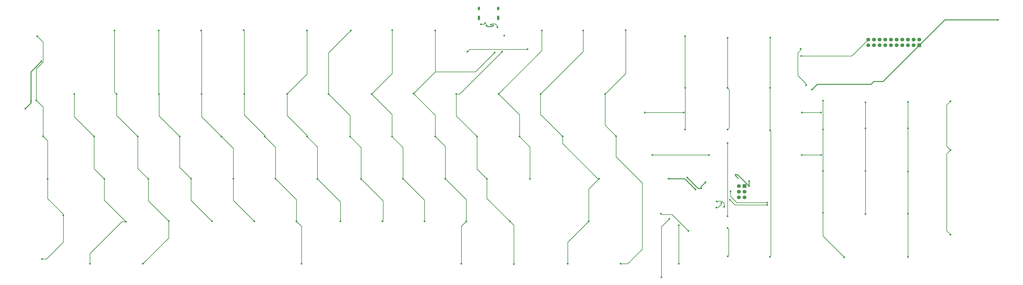
<source format=gbr>
G04 #@! TF.GenerationSoftware,KiCad,Pcbnew,(5.1.4)-1*
G04 #@! TF.CreationDate,2022-01-03T17:18:41-05:00*
G04 #@! TF.ProjectId,DOMAIN-1,444f4d41-494e-42d3-912e-6b696361645f,rev?*
G04 #@! TF.SameCoordinates,Original*
G04 #@! TF.FileFunction,Copper,L1,Top*
G04 #@! TF.FilePolarity,Positive*
%FSLAX46Y46*%
G04 Gerber Fmt 4.6, Leading zero omitted, Abs format (unit mm)*
G04 Created by KiCad (PCBNEW (5.1.4)-1) date 2022-01-03 17:18:41*
%MOMM*%
%LPD*%
G04 APERTURE LIST*
%ADD10O,1.000000X2.100000*%
%ADD11O,1.000000X1.600000*%
%ADD12R,1.700000X1.700000*%
%ADD13C,1.700000*%
%ADD14C,0.100000*%
%ADD15C,0.800000*%
%ADD16C,0.381000*%
%ADD17C,0.250000*%
G04 APERTURE END LIST*
D10*
X282192000Y-146353000D03*
X290832000Y-146353000D03*
D11*
X282192000Y-142173000D03*
X290832000Y-142173000D03*
D12*
X401193000Y-221869000D03*
D13*
X398653000Y-221869000D03*
X401193000Y-224409000D03*
X398653000Y-224409000D03*
X401193000Y-226949000D03*
X398653000Y-226949000D03*
X456692000Y-156083000D03*
X459232000Y-156083000D03*
X461772000Y-156083000D03*
X464312000Y-156083000D03*
X466852000Y-156083000D03*
X469392000Y-156083000D03*
X471932000Y-156083000D03*
X474472000Y-156083000D03*
X477012000Y-156083000D03*
X479552000Y-156083000D03*
X456692000Y-158623000D03*
X459232000Y-158623000D03*
X461772000Y-158623000D03*
X464312000Y-158623000D03*
X466852000Y-158623000D03*
X469392000Y-158623000D03*
X471932000Y-158623000D03*
X474472000Y-158623000D03*
X477012000Y-158623000D03*
D14*
G36*
X480176504Y-157774204D02*
G01*
X480200773Y-157777804D01*
X480224571Y-157783765D01*
X480247671Y-157792030D01*
X480269849Y-157802520D01*
X480290893Y-157815133D01*
X480310598Y-157829747D01*
X480328777Y-157846223D01*
X480345253Y-157864402D01*
X480359867Y-157884107D01*
X480372480Y-157905151D01*
X480382970Y-157927329D01*
X480391235Y-157950429D01*
X480397196Y-157974227D01*
X480400796Y-157998496D01*
X480402000Y-158023000D01*
X480402000Y-159223000D01*
X480400796Y-159247504D01*
X480397196Y-159271773D01*
X480391235Y-159295571D01*
X480382970Y-159318671D01*
X480372480Y-159340849D01*
X480359867Y-159361893D01*
X480345253Y-159381598D01*
X480328777Y-159399777D01*
X480310598Y-159416253D01*
X480290893Y-159430867D01*
X480269849Y-159443480D01*
X480247671Y-159453970D01*
X480224571Y-159462235D01*
X480200773Y-159468196D01*
X480176504Y-159471796D01*
X480152000Y-159473000D01*
X478952000Y-159473000D01*
X478927496Y-159471796D01*
X478903227Y-159468196D01*
X478879429Y-159462235D01*
X478856329Y-159453970D01*
X478834151Y-159443480D01*
X478813107Y-159430867D01*
X478793402Y-159416253D01*
X478775223Y-159399777D01*
X478758747Y-159381598D01*
X478744133Y-159361893D01*
X478731520Y-159340849D01*
X478721030Y-159318671D01*
X478712765Y-159295571D01*
X478706804Y-159271773D01*
X478703204Y-159247504D01*
X478702000Y-159223000D01*
X478702000Y-158023000D01*
X478703204Y-157998496D01*
X478706804Y-157974227D01*
X478712765Y-157950429D01*
X478721030Y-157927329D01*
X478731520Y-157905151D01*
X478744133Y-157884107D01*
X478758747Y-157864402D01*
X478775223Y-157846223D01*
X478793402Y-157829747D01*
X478813107Y-157815133D01*
X478834151Y-157802520D01*
X478856329Y-157792030D01*
X478879429Y-157783765D01*
X478903227Y-157777804D01*
X478927496Y-157774204D01*
X478952000Y-157773000D01*
X480152000Y-157773000D01*
X480176504Y-157774204D01*
X480176504Y-157774204D01*
G37*
D13*
X479552000Y-158623000D03*
D15*
X367157000Y-218567000D03*
X403225000Y-221869000D03*
X397256000Y-216789000D03*
X379222000Y-223393000D03*
X403225000Y-219710000D03*
X381762000Y-222885000D03*
X383667000Y-220218000D03*
X375539000Y-218059000D03*
X86106000Y-165862000D03*
X81407000Y-183769000D03*
X78867000Y-187071000D03*
X431419000Y-178562000D03*
X514731000Y-147193000D03*
X428851859Y-176557141D03*
X426339000Y-160274000D03*
X276987000Y-161544000D03*
X303911000Y-160401000D03*
X356489000Y-188849000D03*
X373925000Y-188849000D03*
X426974000Y-188849000D03*
X435483000Y-188849000D03*
X359918000Y-207899000D03*
X385318000Y-207899000D03*
X426847000Y-207899000D03*
X435610000Y-207899000D03*
X363728000Y-234315000D03*
X376047000Y-242062000D03*
X363982000Y-262890000D03*
X367538000Y-236655047D03*
X288543118Y-149720458D03*
X285533000Y-149733000D03*
X493522000Y-183769000D03*
X493522000Y-205740000D03*
X493522000Y-243713000D03*
X388747000Y-228854000D03*
X392049000Y-231223970D03*
X388620000Y-231521000D03*
X474472000Y-184150000D03*
X474472000Y-195961000D03*
X474472000Y-215392000D03*
X474472000Y-234315000D03*
X474472000Y-253746000D03*
X390779000Y-229522001D03*
X455422000Y-234442000D03*
X455422000Y-215138000D03*
X455422000Y-195961000D03*
X455422000Y-184277000D03*
X436372000Y-183515000D03*
X436372000Y-233934000D03*
X445897000Y-253873000D03*
X436372000Y-215138000D03*
X436372000Y-196469000D03*
X412750000Y-155194000D03*
X412623000Y-177800000D03*
X412623000Y-196850000D03*
X412623000Y-253619000D03*
X393573000Y-155321000D03*
X393573000Y-177800000D03*
X393573000Y-196469000D03*
X393573000Y-240792000D03*
X393700000Y-253492000D03*
X393573000Y-235458000D03*
X393573000Y-202565000D03*
X374523000Y-154559000D03*
X374650000Y-177800000D03*
X374523000Y-196469000D03*
X371729000Y-256794000D03*
X371729000Y-239538355D03*
X345694000Y-256794000D03*
X343662000Y-199517000D03*
X338709000Y-180594000D03*
X347980000Y-151892000D03*
X321945000Y-256794000D03*
X331343000Y-237744000D03*
X336042000Y-218567000D03*
X319659000Y-199644000D03*
X309753000Y-180594000D03*
X328930000Y-152019000D03*
X290957000Y-180467000D03*
X310388000Y-152019000D03*
X300355000Y-199644000D03*
X305054000Y-218694000D03*
X394970000Y-224282000D03*
X411353000Y-229362000D03*
X394589000Y-228092000D03*
X411353000Y-230378000D03*
X262636000Y-152019000D03*
X252857000Y-180340000D03*
X262636000Y-199644000D03*
X267081000Y-218567000D03*
X276479000Y-237744000D03*
X274320000Y-256794000D03*
X289179000Y-161925000D03*
X426593000Y-163454980D03*
X297815000Y-256921000D03*
X296037000Y-237744000D03*
X285750000Y-218694000D03*
X281305000Y-199644000D03*
X272034000Y-180594000D03*
X293524000Y-154330002D03*
X292608000Y-161544000D03*
X107823000Y-256794000D03*
X123952000Y-237871000D03*
X114300000Y-218694000D03*
X109728000Y-199644000D03*
X100838000Y-180594000D03*
X177038000Y-180594000D03*
X176784000Y-151892000D03*
X186182000Y-199644000D03*
X191008000Y-218567000D03*
X200406000Y-237744000D03*
X202692000Y-256794000D03*
X162560000Y-237744000D03*
X153162000Y-218567000D03*
X148082000Y-199644000D03*
X138811000Y-180594000D03*
X138684000Y-152019000D03*
X84201000Y-154559000D03*
X83820000Y-183388000D03*
X86868000Y-199517000D03*
X88900000Y-218694000D03*
X95885000Y-235077000D03*
X86360000Y-254635000D03*
X234061000Y-180594000D03*
X243332000Y-151892000D03*
X243205000Y-199644000D03*
X248158000Y-218567000D03*
X257810000Y-237744000D03*
X131572000Y-256794000D03*
X143129000Y-237617000D03*
X133985000Y-218694000D03*
X129286000Y-199644000D03*
X119761000Y-180594000D03*
X118872000Y-152019000D03*
X157607000Y-152019000D03*
X157861000Y-180467000D03*
X166751000Y-199644000D03*
X172085000Y-218567000D03*
X181483000Y-237744000D03*
X205105000Y-152019000D03*
X196215000Y-180467000D03*
X205105000Y-199644000D03*
X209804000Y-218694000D03*
X220091000Y-237744000D03*
X224790000Y-152019000D03*
X214757000Y-180594000D03*
X224409000Y-199644000D03*
X229362000Y-218694000D03*
X238887000Y-237744000D03*
X283083000Y-149225000D03*
X284988000Y-148717000D03*
X287585584Y-149432132D03*
X290449000Y-150622000D03*
D16*
X397256000Y-217354685D02*
X398341315Y-218440000D01*
X397256000Y-216789000D02*
X397256000Y-217354685D01*
X367157000Y-218567000D02*
X374396000Y-218567000D01*
X374396000Y-218567000D02*
X379222000Y-223393000D01*
X398145000Y-216789000D02*
X403225000Y-221869000D01*
X397256000Y-216789000D02*
X398145000Y-216789000D01*
X403225000Y-221869000D02*
X403225000Y-219710000D01*
X381762000Y-222885000D02*
X381762000Y-222123000D01*
X381762000Y-222123000D02*
X383667000Y-220218000D01*
X381762000Y-222885000D02*
X380365000Y-222885000D01*
X380365000Y-222885000D02*
X375539000Y-218059000D01*
X86106000Y-165862000D02*
X81407000Y-170561000D01*
X81407000Y-170561000D02*
X81407000Y-183769000D01*
X81407000Y-183769000D02*
X81407000Y-184531000D01*
X81407000Y-184531000D02*
X78867000Y-187071000D01*
X431818999Y-178162001D02*
X431419000Y-178562000D01*
X433817501Y-176163499D02*
X431818999Y-178162001D01*
X457881501Y-176163499D02*
X433817501Y-176163499D01*
X490982000Y-147193000D02*
X479552000Y-158623000D01*
X514731000Y-147193000D02*
X490982000Y-147193000D01*
X459166000Y-174879000D02*
X457881501Y-176163499D01*
X463296000Y-174879000D02*
X459166000Y-174879000D01*
X479552000Y-158623000D02*
X463296000Y-174879000D01*
D17*
X426339000Y-160839685D02*
X425126685Y-162052000D01*
X426339000Y-160274000D02*
X426339000Y-160839685D01*
X425126685Y-172266282D02*
X425126685Y-162052000D01*
X428851859Y-175991456D02*
X425126685Y-172266282D01*
X428851859Y-176557141D02*
X428851859Y-175991456D01*
X303784000Y-160528000D02*
X303911000Y-160401000D01*
X276987000Y-161544000D02*
X278003000Y-160528000D01*
X278003000Y-160528000D02*
X303784000Y-160528000D01*
X356489000Y-188849000D02*
X373925000Y-188849000D01*
X426974000Y-188849000D02*
X435483000Y-188849000D01*
X359918000Y-207899000D02*
X385318000Y-207899000D01*
X426847000Y-207899000D02*
X435610000Y-207899000D01*
X364127999Y-234714999D02*
X368699999Y-234714999D01*
X363728000Y-234315000D02*
X364127999Y-234714999D01*
X368699999Y-234714999D02*
X376047000Y-242062000D01*
X363982000Y-262890000D02*
X363982000Y-240211047D01*
X363982000Y-240211047D02*
X367538000Y-236655047D01*
D16*
X288143119Y-150120457D02*
X288543118Y-149720458D01*
X288040943Y-150222633D02*
X288143119Y-150120457D01*
X286022633Y-150222633D02*
X288040943Y-150222633D01*
X285533000Y-149733000D02*
X286022633Y-150222633D01*
D17*
X493122001Y-206139999D02*
X493522000Y-205740000D01*
X491799999Y-207462001D02*
X493122001Y-206139999D01*
X491799999Y-241990999D02*
X491799999Y-207462001D01*
X493522000Y-243713000D02*
X491799999Y-241990999D01*
X493122001Y-184168999D02*
X493522000Y-183769000D01*
X491799999Y-185491001D02*
X493122001Y-184168999D01*
X491799999Y-204017999D02*
X491799999Y-185491001D01*
X493522000Y-205740000D02*
X491799999Y-204017999D01*
X389312685Y-228854000D02*
X388747000Y-228854000D01*
X389469684Y-228697001D02*
X389312685Y-228854000D01*
X391027002Y-228697001D02*
X389469684Y-228697001D01*
X392049000Y-229718999D02*
X391027002Y-228697001D01*
X392049000Y-231223970D02*
X392049000Y-229718999D01*
X474472000Y-253180315D02*
X474472000Y-234315000D01*
X474472000Y-253746000D02*
X474472000Y-253180315D01*
X474472000Y-234315000D02*
X474472000Y-215392000D01*
X474472000Y-214826315D02*
X474472000Y-195961000D01*
X474472000Y-215392000D02*
X474472000Y-214826315D01*
X474472000Y-195395315D02*
X474472000Y-184150000D01*
X474472000Y-195961000D02*
X474472000Y-195395315D01*
X389185685Y-231521000D02*
X388620000Y-231521000D01*
X389345686Y-231521000D02*
X389185685Y-231521000D01*
X390779000Y-230087686D02*
X389345686Y-231521000D01*
X390779000Y-229522001D02*
X390779000Y-230087686D01*
X455422000Y-184277000D02*
X455422000Y-195961000D01*
X455422000Y-196526685D02*
X455422000Y-215138000D01*
X455422000Y-195961000D02*
X455422000Y-196526685D01*
X455422000Y-215138000D02*
X455422000Y-234442000D01*
X436372000Y-244348000D02*
X436372000Y-233934000D01*
X445897000Y-253873000D02*
X436372000Y-244348000D01*
X436372000Y-233368315D02*
X436372000Y-215138000D01*
X436372000Y-233934000D02*
X436372000Y-233368315D01*
X436372000Y-215138000D02*
X436372000Y-214572315D01*
X436372000Y-214572315D02*
X436372000Y-196469000D01*
X436372000Y-196469000D02*
X436372000Y-195903315D01*
X436372000Y-195903315D02*
X436372000Y-183515000D01*
X412623000Y-196850000D02*
X412623000Y-177800000D01*
X412623000Y-155321000D02*
X412750000Y-155194000D01*
X412623000Y-177800000D02*
X412623000Y-155321000D01*
X413022999Y-197249999D02*
X412623000Y-196850000D01*
X413022999Y-253219001D02*
X413022999Y-197249999D01*
X412623000Y-253619000D02*
X413022999Y-253219001D01*
X393972999Y-178199999D02*
X393573000Y-177800000D01*
X394404999Y-178631999D02*
X393972999Y-178199999D01*
X394404999Y-195637001D02*
X394404999Y-178631999D01*
X393573000Y-196469000D02*
X394404999Y-195637001D01*
X393573000Y-177800000D02*
X393573000Y-155321000D01*
X393972999Y-241191999D02*
X393573000Y-240792000D01*
X394099999Y-241318999D02*
X393972999Y-241191999D01*
X394099999Y-253092001D02*
X394099999Y-241318999D01*
X393700000Y-253492000D02*
X394099999Y-253092001D01*
X393573000Y-235458000D02*
X393573000Y-202565000D01*
X374523000Y-177673000D02*
X374650000Y-177800000D01*
X374523000Y-154559000D02*
X374523000Y-177673000D01*
X374650000Y-196342000D02*
X374523000Y-196469000D01*
X374650000Y-177800000D02*
X374650000Y-196342000D01*
X371729000Y-256794000D02*
X371729000Y-239538355D01*
X347980000Y-171323000D02*
X338709000Y-180594000D01*
X347980000Y-151892000D02*
X347980000Y-171323000D01*
X338709000Y-194564000D02*
X343662000Y-199517000D01*
X338709000Y-180594000D02*
X338709000Y-194564000D01*
X355440099Y-220532097D02*
X355440099Y-250411099D01*
X343662000Y-199517000D02*
X343662000Y-208753998D01*
X343662000Y-208753998D02*
X355440099Y-220532097D01*
X346259685Y-256794000D02*
X345694000Y-256794000D01*
X348834998Y-256794000D02*
X346259685Y-256794000D01*
X355217899Y-250411099D02*
X348834998Y-256794000D01*
X355440099Y-250411099D02*
X355217899Y-250411099D01*
X328930000Y-161417000D02*
X328930000Y-152019000D01*
X309753000Y-180594000D02*
X328930000Y-161417000D01*
X309753000Y-189738000D02*
X319659000Y-199644000D01*
X309753000Y-180594000D02*
X309753000Y-189738000D01*
X335476315Y-218567000D02*
X336042000Y-218567000D01*
X335464478Y-218567000D02*
X335476315Y-218567000D01*
X319659000Y-202761522D02*
X335464478Y-218567000D01*
X319659000Y-199644000D02*
X319659000Y-202761522D01*
X331343000Y-223266000D02*
X331343000Y-237744000D01*
X336042000Y-218567000D02*
X331343000Y-223266000D01*
X331343000Y-237744000D02*
X321945000Y-247142000D01*
X321945000Y-247142000D02*
X321945000Y-256794000D01*
X305054000Y-204343000D02*
X300355000Y-199644000D01*
X305054000Y-218694000D02*
X305054000Y-204343000D01*
X300355000Y-189865000D02*
X290957000Y-180467000D01*
X300355000Y-199644000D02*
X300355000Y-189865000D01*
X310388000Y-161036000D02*
X310388000Y-152019000D01*
X290957000Y-180467000D02*
X310388000Y-161036000D01*
X394970000Y-224282000D02*
X394970000Y-226568000D01*
X394970000Y-226568000D02*
X397764000Y-229362000D01*
X397764000Y-229362000D02*
X411353000Y-229362000D01*
X400342998Y-230378000D02*
X411353000Y-230378000D01*
X394589000Y-228092000D02*
X396875000Y-230378000D01*
X396875000Y-230378000D02*
X400342998Y-230378000D01*
X274320000Y-239903000D02*
X276479000Y-237744000D01*
X274320000Y-256794000D02*
X274320000Y-239903000D01*
X276479000Y-227965000D02*
X267081000Y-218567000D01*
X276479000Y-237744000D02*
X276479000Y-227965000D01*
X267081000Y-204089000D02*
X262636000Y-199644000D01*
X267081000Y-218567000D02*
X267081000Y-204089000D01*
X262636000Y-190119000D02*
X252857000Y-180340000D01*
X262636000Y-199644000D02*
X262636000Y-190119000D01*
X262636000Y-170561000D02*
X262636000Y-152019000D01*
X252857000Y-180340000D02*
X262636000Y-170561000D01*
X262636000Y-170561000D02*
X280543000Y-170561000D01*
X280543000Y-170561000D02*
X289179000Y-161925000D01*
X449320020Y-163454980D02*
X456692000Y-156083000D01*
X426593000Y-163454980D02*
X449320020Y-163454980D01*
X272034000Y-190373000D02*
X281305000Y-199644000D01*
X272034000Y-180594000D02*
X272034000Y-190373000D01*
X281305000Y-214249000D02*
X285750000Y-218694000D01*
X281305000Y-199644000D02*
X281305000Y-214249000D01*
X285750000Y-227457000D02*
X296037000Y-237744000D01*
X285750000Y-218694000D02*
X285750000Y-227457000D01*
X297815000Y-239522000D02*
X296037000Y-237744000D01*
X297815000Y-256921000D02*
X297815000Y-239522000D01*
X272034000Y-180594000D02*
X273558000Y-180594000D01*
X273558000Y-180594000D02*
X292608000Y-161544000D01*
X100838000Y-190754000D02*
X109728000Y-199644000D01*
X100838000Y-180594000D02*
X100838000Y-190754000D01*
X109728000Y-214122000D02*
X114300000Y-218694000D01*
X109728000Y-199644000D02*
X109728000Y-214122000D01*
X114300000Y-228219000D02*
X123952000Y-237871000D01*
X114300000Y-218694000D02*
X114300000Y-228219000D01*
X107823000Y-256228315D02*
X107823000Y-256794000D01*
X107823000Y-252219026D02*
X107823000Y-256228315D01*
X122171026Y-237871000D02*
X107823000Y-252219026D01*
X123952000Y-237871000D02*
X122171026Y-237871000D01*
X200406000Y-227965000D02*
X191008000Y-218567000D01*
X200406000Y-237744000D02*
X200406000Y-227965000D01*
X191008000Y-204470000D02*
X186182000Y-199644000D01*
X191008000Y-218567000D02*
X191008000Y-204470000D01*
X177038000Y-181159685D02*
X177038000Y-180594000D01*
X177038000Y-189934315D02*
X177038000Y-181159685D01*
X186182000Y-199078315D02*
X177038000Y-189934315D01*
X186182000Y-199644000D02*
X186182000Y-199078315D01*
X177038000Y-152146000D02*
X176784000Y-151892000D01*
X177038000Y-180594000D02*
X177038000Y-152146000D01*
X202692000Y-240030000D02*
X200406000Y-237744000D01*
X202692000Y-256794000D02*
X202692000Y-240030000D01*
X138684000Y-180467000D02*
X138811000Y-180594000D01*
X138684000Y-152019000D02*
X138684000Y-180467000D01*
X138811000Y-190373000D02*
X148082000Y-199644000D01*
X138811000Y-180594000D02*
X138811000Y-190373000D01*
X148082000Y-213487000D02*
X153162000Y-218567000D01*
X148082000Y-199644000D02*
X148082000Y-213487000D01*
X153162000Y-228346000D02*
X162560000Y-237744000D01*
X153162000Y-218567000D02*
X153162000Y-228346000D01*
X83820000Y-169221002D02*
X83820000Y-183388000D01*
X86831001Y-166210001D02*
X83820000Y-169221002D01*
X84201000Y-154559000D02*
X86831001Y-157189001D01*
X86831001Y-157189001D02*
X86831001Y-166210001D01*
X95885000Y-235642685D02*
X95885000Y-235077000D01*
X95885000Y-247144974D02*
X95885000Y-235642685D01*
X88394974Y-254635000D02*
X95885000Y-247144974D01*
X86360000Y-254635000D02*
X88394974Y-254635000D01*
X88900000Y-219259685D02*
X88900000Y-218694000D01*
X88900000Y-227526315D02*
X88900000Y-219259685D01*
X95885000Y-234511315D02*
X88900000Y-227526315D01*
X95885000Y-235077000D02*
X95885000Y-234511315D01*
X88900000Y-201549000D02*
X86868000Y-199517000D01*
X88900000Y-218694000D02*
X88900000Y-201549000D01*
X86868000Y-186436000D02*
X83820000Y-183388000D01*
X86868000Y-199517000D02*
X86868000Y-186436000D01*
X257810000Y-228219000D02*
X248158000Y-218567000D01*
X257810000Y-237744000D02*
X257810000Y-228219000D01*
X248158000Y-204597000D02*
X243205000Y-199644000D01*
X248158000Y-218567000D02*
X248158000Y-204597000D01*
X243205000Y-189738000D02*
X234061000Y-180594000D01*
X243205000Y-199644000D02*
X243205000Y-189738000D01*
X243332000Y-171323000D02*
X243332000Y-151892000D01*
X234061000Y-180594000D02*
X243332000Y-171323000D01*
X118872000Y-179705000D02*
X119761000Y-180594000D01*
X118872000Y-152019000D02*
X118872000Y-179705000D01*
X119761000Y-190119000D02*
X129286000Y-199644000D01*
X119761000Y-180594000D02*
X119761000Y-190119000D01*
X129286000Y-213995000D02*
X133985000Y-218694000D01*
X129286000Y-199644000D02*
X129286000Y-213995000D01*
X133985000Y-228473000D02*
X143129000Y-237617000D01*
X133985000Y-218694000D02*
X133985000Y-228473000D01*
X143129000Y-245237000D02*
X131572000Y-256794000D01*
X143129000Y-237617000D02*
X143129000Y-245237000D01*
X172085000Y-228346000D02*
X172085000Y-218567000D01*
X181483000Y-237744000D02*
X172085000Y-228346000D01*
X172085000Y-204978000D02*
X166751000Y-199644000D01*
X172085000Y-218567000D02*
X172085000Y-204978000D01*
X157861000Y-190754000D02*
X157861000Y-180467000D01*
X166751000Y-199644000D02*
X157861000Y-190754000D01*
X157861000Y-152273000D02*
X157607000Y-152019000D01*
X157861000Y-180467000D02*
X157861000Y-152273000D01*
X220091000Y-228981000D02*
X209804000Y-218694000D01*
X220091000Y-237744000D02*
X220091000Y-228981000D01*
X209804000Y-204343000D02*
X205105000Y-199644000D01*
X209804000Y-218694000D02*
X209804000Y-204343000D01*
X196215000Y-181032685D02*
X196215000Y-180467000D01*
X196215000Y-190188315D02*
X196215000Y-181032685D01*
X205105000Y-199078315D02*
X196215000Y-190188315D01*
X205105000Y-199644000D02*
X205105000Y-199078315D01*
X205105000Y-171577000D02*
X205105000Y-152019000D01*
X196215000Y-180467000D02*
X205105000Y-171577000D01*
X229761999Y-219093999D02*
X229362000Y-218694000D01*
X239286999Y-228618999D02*
X229761999Y-219093999D01*
X239286999Y-237344001D02*
X239286999Y-228618999D01*
X238887000Y-237744000D02*
X239286999Y-237344001D01*
X229362000Y-204597000D02*
X224409000Y-199644000D01*
X229362000Y-218694000D02*
X229362000Y-204597000D01*
X224409000Y-190246000D02*
X214757000Y-180594000D01*
X224409000Y-199644000D02*
X224409000Y-190246000D01*
X214757000Y-162052000D02*
X224790000Y-152019000D01*
X214757000Y-180594000D02*
X214757000Y-162052000D01*
X283083000Y-149225000D02*
X284480000Y-149225000D01*
X284480000Y-149225000D02*
X284988000Y-148717000D01*
X287985583Y-149032133D02*
X287585584Y-149432132D01*
X288022259Y-148995457D02*
X287985583Y-149032133D01*
X289388142Y-148995457D02*
X288022259Y-148995457D01*
X290449000Y-150056315D02*
X289388142Y-148995457D01*
X290449000Y-150622000D02*
X290449000Y-150056315D01*
M02*

</source>
